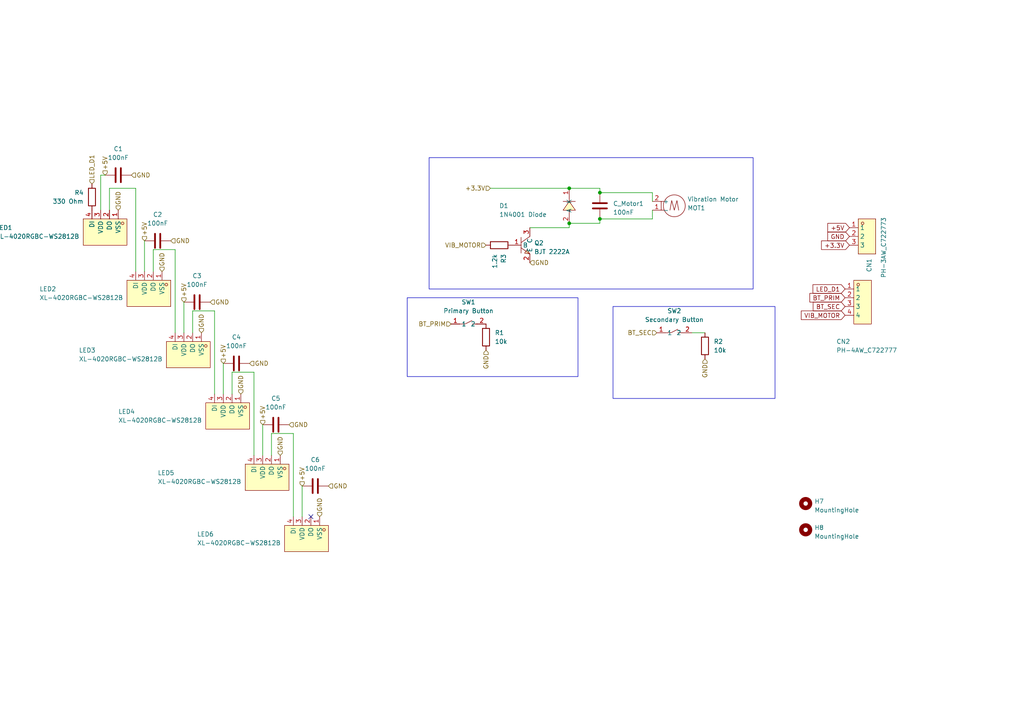
<source format=kicad_sch>
(kicad_sch
	(version 20231120)
	(generator "eeschema")
	(generator_version "8.0")
	(uuid "df0bc267-025e-4c4e-a09b-51ff87d0c1db")
	(paper "A4")
	(lib_symbols
		(symbol "Device:C"
			(pin_numbers hide)
			(pin_names
				(offset 0.254)
			)
			(exclude_from_sim no)
			(in_bom yes)
			(on_board yes)
			(property "Reference" "C"
				(at 0.635 2.54 0)
				(effects
					(font
						(size 1.27 1.27)
					)
					(justify left)
				)
			)
			(property "Value" "C"
				(at 0.635 -2.54 0)
				(effects
					(font
						(size 1.27 1.27)
					)
					(justify left)
				)
			)
			(property "Footprint" ""
				(at 0.9652 -3.81 0)
				(effects
					(font
						(size 1.27 1.27)
					)
					(hide yes)
				)
			)
			(property "Datasheet" "~"
				(at 0 0 0)
				(effects
					(font
						(size 1.27 1.27)
					)
					(hide yes)
				)
			)
			(property "Description" "Unpolarized capacitor"
				(at 0 0 0)
				(effects
					(font
						(size 1.27 1.27)
					)
					(hide yes)
				)
			)
			(property "ki_keywords" "cap capacitor"
				(at 0 0 0)
				(effects
					(font
						(size 1.27 1.27)
					)
					(hide yes)
				)
			)
			(property "ki_fp_filters" "C_*"
				(at 0 0 0)
				(effects
					(font
						(size 1.27 1.27)
					)
					(hide yes)
				)
			)
			(symbol "C_0_1"
				(polyline
					(pts
						(xy -2.032 -0.762) (xy 2.032 -0.762)
					)
					(stroke
						(width 0.508)
						(type default)
					)
					(fill
						(type none)
					)
				)
				(polyline
					(pts
						(xy -2.032 0.762) (xy 2.032 0.762)
					)
					(stroke
						(width 0.508)
						(type default)
					)
					(fill
						(type none)
					)
				)
			)
			(symbol "C_1_1"
				(pin passive line
					(at 0 3.81 270)
					(length 2.794)
					(name "~"
						(effects
							(font
								(size 1.27 1.27)
							)
						)
					)
					(number "1"
						(effects
							(font
								(size 1.27 1.27)
							)
						)
					)
				)
				(pin passive line
					(at 0 -3.81 90)
					(length 2.794)
					(name "~"
						(effects
							(font
								(size 1.27 1.27)
							)
						)
					)
					(number "2"
						(effects
							(font
								(size 1.27 1.27)
							)
						)
					)
				)
			)
		)
		(symbol "Device:R"
			(pin_numbers hide)
			(pin_names
				(offset 0)
			)
			(exclude_from_sim no)
			(in_bom yes)
			(on_board yes)
			(property "Reference" "R"
				(at 2.032 0 90)
				(effects
					(font
						(size 1.27 1.27)
					)
				)
			)
			(property "Value" "R"
				(at 0 0 90)
				(effects
					(font
						(size 1.27 1.27)
					)
				)
			)
			(property "Footprint" ""
				(at -1.778 0 90)
				(effects
					(font
						(size 1.27 1.27)
					)
					(hide yes)
				)
			)
			(property "Datasheet" "~"
				(at 0 0 0)
				(effects
					(font
						(size 1.27 1.27)
					)
					(hide yes)
				)
			)
			(property "Description" "Resistor"
				(at 0 0 0)
				(effects
					(font
						(size 1.27 1.27)
					)
					(hide yes)
				)
			)
			(property "ki_keywords" "R res resistor"
				(at 0 0 0)
				(effects
					(font
						(size 1.27 1.27)
					)
					(hide yes)
				)
			)
			(property "ki_fp_filters" "R_*"
				(at 0 0 0)
				(effects
					(font
						(size 1.27 1.27)
					)
					(hide yes)
				)
			)
			(symbol "R_0_1"
				(rectangle
					(start -1.016 -2.54)
					(end 1.016 2.54)
					(stroke
						(width 0.254)
						(type default)
					)
					(fill
						(type none)
					)
				)
			)
			(symbol "R_1_1"
				(pin passive line
					(at 0 3.81 270)
					(length 1.27)
					(name "~"
						(effects
							(font
								(size 1.27 1.27)
							)
						)
					)
					(number "1"
						(effects
							(font
								(size 1.27 1.27)
							)
						)
					)
				)
				(pin passive line
					(at 0 -3.81 90)
					(length 1.27)
					(name "~"
						(effects
							(font
								(size 1.27 1.27)
							)
						)
					)
					(number "2"
						(effects
							(font
								(size 1.27 1.27)
							)
						)
					)
				)
			)
		)
		(symbol "Mechanical:MountingHole"
			(pin_names
				(offset 1.016)
			)
			(exclude_from_sim no)
			(in_bom yes)
			(on_board yes)
			(property "Reference" "H"
				(at 0 5.08 0)
				(effects
					(font
						(size 1.27 1.27)
					)
				)
			)
			(property "Value" "MountingHole"
				(at 0 3.175 0)
				(effects
					(font
						(size 1.27 1.27)
					)
				)
			)
			(property "Footprint" ""
				(at 0 0 0)
				(effects
					(font
						(size 1.27 1.27)
					)
					(hide yes)
				)
			)
			(property "Datasheet" "~"
				(at 0 0 0)
				(effects
					(font
						(size 1.27 1.27)
					)
					(hide yes)
				)
			)
			(property "Description" "Mounting Hole without connection"
				(at 0 0 0)
				(effects
					(font
						(size 1.27 1.27)
					)
					(hide yes)
				)
			)
			(property "ki_keywords" "mounting hole"
				(at 0 0 0)
				(effects
					(font
						(size 1.27 1.27)
					)
					(hide yes)
				)
			)
			(property "ki_fp_filters" "MountingHole*"
				(at 0 0 0)
				(effects
					(font
						(size 1.27 1.27)
					)
					(hide yes)
				)
			)
			(symbol "MountingHole_0_1"
				(circle
					(center 0 0)
					(radius 1.27)
					(stroke
						(width 1.27)
						(type default)
					)
					(fill
						(type none)
					)
				)
			)
		)
		(symbol "global:1N4001_C2909965"
			(exclude_from_sim no)
			(in_bom yes)
			(on_board yes)
			(property "Reference" "D"
				(at 0 5.08 0)
				(effects
					(font
						(size 1.27 1.27)
					)
				)
			)
			(property "Value" "1N4001_C2909965"
				(at 0 -5.08 0)
				(effects
					(font
						(size 1.27 1.27)
					)
				)
			)
			(property "Footprint" "global:SMA_L4.2-W2.6-LS5.0-RD"
				(at 0 -7.62 0)
				(effects
					(font
						(size 1.27 1.27)
					)
					(hide yes)
				)
			)
			(property "Datasheet" ""
				(at 0 0 0)
				(effects
					(font
						(size 1.27 1.27)
					)
					(hide yes)
				)
			)
			(property "Description" ""
				(at 0 0 0)
				(effects
					(font
						(size 1.27 1.27)
					)
					(hide yes)
				)
			)
			(property "LCSC Part" "C2909965"
				(at 0 -10.16 0)
				(effects
					(font
						(size 1.27 1.27)
					)
					(hide yes)
				)
			)
			(symbol "1N4001_C2909965_0_1"
				(polyline
					(pts
						(xy -1.27 0) (xy -2.54 0)
					)
					(stroke
						(width 0)
						(type default)
					)
					(fill
						(type none)
					)
				)
				(polyline
					(pts
						(xy -1.27 1.78) (xy -1.27 -1.78)
					)
					(stroke
						(width 0)
						(type default)
					)
					(fill
						(type none)
					)
				)
				(polyline
					(pts
						(xy 2.54 0) (xy 1.27 0)
					)
					(stroke
						(width 0)
						(type default)
					)
					(fill
						(type none)
					)
				)
				(polyline
					(pts
						(xy 1.27 1.78) (xy -1.27 0) (xy 1.27 -1.78) (xy 1.27 1.78)
					)
					(stroke
						(width 0)
						(type default)
					)
					(fill
						(type background)
					)
				)
				(pin unspecified line
					(at -5.08 0 0)
					(length 2.54)
					(name "K"
						(effects
							(font
								(size 1.27 1.27)
							)
						)
					)
					(number "1"
						(effects
							(font
								(size 1.27 1.27)
							)
						)
					)
				)
				(pin unspecified line
					(at 5.08 0 180)
					(length 2.54)
					(name "A"
						(effects
							(font
								(size 1.27 1.27)
							)
						)
					)
					(number "2"
						(effects
							(font
								(size 1.27 1.27)
							)
						)
					)
				)
			)
		)
		(symbol "global:LCM1027A2445F"
			(exclude_from_sim no)
			(in_bom yes)
			(on_board yes)
			(property "Reference" "MOT"
				(at 0 6.35 0)
				(effects
					(font
						(size 1.27 1.27)
					)
				)
			)
			(property "Value" "LCM1027A2445F"
				(at 0 -6.35 0)
				(effects
					(font
						(size 1.27 1.27)
					)
				)
			)
			(property "Footprint" "global:VIBRATING-MOTOR-SMD_WELDING"
				(at 0 -8.89 0)
				(effects
					(font
						(size 1.27 1.27)
					)
					(hide yes)
				)
			)
			(property "Datasheet" ""
				(at 0 0 0)
				(effects
					(font
						(size 1.27 1.27)
					)
					(hide yes)
				)
			)
			(property "Description" ""
				(at 0 0 0)
				(effects
					(font
						(size 1.27 1.27)
					)
					(hide yes)
				)
			)
			(property "LCSC Part" "C2759984"
				(at 0 -11.43 0)
				(effects
					(font
						(size 1.27 1.27)
					)
					(hide yes)
				)
			)
			(symbol "LCM1027A2445F_0_1"
				(polyline
					(pts
						(xy 3.81 1.27) (xy 3.05 1.27)
					)
					(stroke
						(width 0)
						(type default)
					)
					(fill
						(type none)
					)
				)
				(polyline
					(pts
						(xy 3.81 1.27) (xy 3.81 -1.27) (xy 3.05 -1.27)
					)
					(stroke
						(width 0)
						(type default)
					)
					(fill
						(type none)
					)
				)
				(polyline
					(pts
						(xy -1.27 -1.27) (xy -0.76 1.52) (xy 0 -1.27) (xy 0.76 1.52) (xy 1.27 -1.27)
					)
					(stroke
						(width 0)
						(type default)
					)
					(fill
						(type none)
					)
				)
				(circle
					(center 0 0)
					(radius 3.17)
					(stroke
						(width 0)
						(type default)
					)
					(fill
						(type none)
					)
				)
				(pin unspecified line
					(at 6.35 -1.27 180)
					(length 2.54)
					(name "-"
						(effects
							(font
								(size 1.27 1.27)
							)
						)
					)
					(number "1"
						(effects
							(font
								(size 1.27 1.27)
							)
						)
					)
				)
				(pin unspecified line
					(at 6.35 1.27 180)
					(length 2.54)
					(name "+"
						(effects
							(font
								(size 1.27 1.27)
							)
						)
					)
					(number "2"
						(effects
							(font
								(size 1.27 1.27)
							)
						)
					)
				)
			)
		)
		(symbol "global:MMBT2222A_C916372"
			(exclude_from_sim no)
			(in_bom yes)
			(on_board yes)
			(property "Reference" "Q"
				(at 0 10.16 0)
				(effects
					(font
						(size 1.27 1.27)
					)
				)
			)
			(property "Value" "MMBT2222A_C916372"
				(at 0 -10.16 0)
				(effects
					(font
						(size 1.27 1.27)
					)
				)
			)
			(property "Footprint" "global:SOT-23-3_L2.9-W1.3-P1.90-LS2.4-BR"
				(at 0 -12.7 0)
				(effects
					(font
						(size 1.27 1.27)
					)
					(hide yes)
				)
			)
			(property "Datasheet" "https://lcsc.com/product-detail/Transistors-NPN-PNP_JSMSEMI-MMBT2222A_C916372.html"
				(at 0 -15.24 0)
				(effects
					(font
						(size 1.27 1.27)
					)
					(hide yes)
				)
			)
			(property "Description" ""
				(at 0 0 0)
				(effects
					(font
						(size 1.27 1.27)
					)
					(hide yes)
				)
			)
			(property "LCSC Part" "C916372"
				(at 0 -17.78 0)
				(effects
					(font
						(size 1.27 1.27)
					)
					(hide yes)
				)
			)
			(symbol "MMBT2222A_C916372_0_1"
				(polyline
					(pts
						(xy -2.54 -0.76) (xy 0 -2.54)
					)
					(stroke
						(width 0)
						(type default)
					)
					(fill
						(type none)
					)
				)
				(polyline
					(pts
						(xy -2.54 2.29) (xy -2.54 -2.29)
					)
					(stroke
						(width 0)
						(type default)
					)
					(fill
						(type none)
					)
				)
				(polyline
					(pts
						(xy 0 2.54) (xy -2.54 0.76)
					)
					(stroke
						(width 0)
						(type default)
					)
					(fill
						(type none)
					)
				)
				(polyline
					(pts
						(xy 0 -2.54) (xy -0.76 -1.27) (xy -1.52 -2.29) (xy 0 -2.54)
					)
					(stroke
						(width 0)
						(type default)
					)
					(fill
						(type background)
					)
				)
				(pin unspecified line
					(at -5.08 0 0)
					(length 2.54)
					(name "B"
						(effects
							(font
								(size 1.27 1.27)
							)
						)
					)
					(number "1"
						(effects
							(font
								(size 1.27 1.27)
							)
						)
					)
				)
				(pin unspecified line
					(at 0 -5.08 90)
					(length 2.54)
					(name "E"
						(effects
							(font
								(size 1.27 1.27)
							)
						)
					)
					(number "2"
						(effects
							(font
								(size 1.27 1.27)
							)
						)
					)
				)
				(pin unspecified line
					(at 0 5.08 270)
					(length 2.54)
					(name "C"
						(effects
							(font
								(size 1.27 1.27)
							)
						)
					)
					(number "3"
						(effects
							(font
								(size 1.27 1.27)
							)
						)
					)
				)
			)
		)
		(symbol "global:PH-3AW_C722773"
			(exclude_from_sim no)
			(in_bom yes)
			(on_board yes)
			(property "Reference" "CN"
				(at 0 7.62 0)
				(effects
					(font
						(size 1.27 1.27)
					)
				)
			)
			(property "Value" "PH-3AW_C722773"
				(at 0 -7.62 0)
				(effects
					(font
						(size 1.27 1.27)
					)
				)
			)
			(property "Footprint" "global:CONN-TH_PH-3AW"
				(at 0 -10.16 0)
				(effects
					(font
						(size 1.27 1.27)
					)
					(hide yes)
				)
			)
			(property "Datasheet" "https://lcsc.com/product-detail/Wire-To-Board-Wire-To-Wire-Connector_CAX-PH-3AW_C722773.html"
				(at 0 -12.7 0)
				(effects
					(font
						(size 1.27 1.27)
					)
					(hide yes)
				)
			)
			(property "Description" ""
				(at 0 0 0)
				(effects
					(font
						(size 1.27 1.27)
					)
					(hide yes)
				)
			)
			(property "LCSC Part" "C722773"
				(at 0 -15.24 0)
				(effects
					(font
						(size 1.27 1.27)
					)
					(hide yes)
				)
			)
			(symbol "PH-3AW_C722773_0_1"
				(rectangle
					(start -2.54 5.08)
					(end 2.54 -5.08)
					(stroke
						(width 0)
						(type default)
					)
					(fill
						(type background)
					)
				)
				(circle
					(center -1.27 3.81)
					(radius 0.38)
					(stroke
						(width 0)
						(type default)
					)
					(fill
						(type none)
					)
				)
				(pin unspecified line
					(at -5.08 2.54 0)
					(length 2.54)
					(name "1"
						(effects
							(font
								(size 1.27 1.27)
							)
						)
					)
					(number "1"
						(effects
							(font
								(size 1.27 1.27)
							)
						)
					)
				)
				(pin unspecified line
					(at -5.08 0 0)
					(length 2.54)
					(name "2"
						(effects
							(font
								(size 1.27 1.27)
							)
						)
					)
					(number "2"
						(effects
							(font
								(size 1.27 1.27)
							)
						)
					)
				)
				(pin unspecified line
					(at -5.08 -2.54 0)
					(length 2.54)
					(name "3"
						(effects
							(font
								(size 1.27 1.27)
							)
						)
					)
					(number "3"
						(effects
							(font
								(size 1.27 1.27)
							)
						)
					)
				)
			)
		)
		(symbol "global:PH-4AW_C722777"
			(exclude_from_sim no)
			(in_bom yes)
			(on_board yes)
			(property "Reference" "CN"
				(at 0 8.89 0)
				(effects
					(font
						(size 1.27 1.27)
					)
				)
			)
			(property "Value" "PH-4AW_C722777"
				(at 0 -8.89 0)
				(effects
					(font
						(size 1.27 1.27)
					)
				)
			)
			(property "Footprint" "global:CONN-TH_PH-4AW_C722777"
				(at 0 -11.43 0)
				(effects
					(font
						(size 1.27 1.27)
					)
					(hide yes)
				)
			)
			(property "Datasheet" "https://lcsc.com/product-detail/Wire-To-Board-Wire-To-Wire-Connector_CAX-PH-4AW_C722777.html"
				(at 0 -13.97 0)
				(effects
					(font
						(size 1.27 1.27)
					)
					(hide yes)
				)
			)
			(property "Description" ""
				(at 0 0 0)
				(effects
					(font
						(size 1.27 1.27)
					)
					(hide yes)
				)
			)
			(property "LCSC Part" "C722777"
				(at 0 -16.51 0)
				(effects
					(font
						(size 1.27 1.27)
					)
					(hide yes)
				)
			)
			(symbol "PH-4AW_C722777_0_1"
				(rectangle
					(start -2.54 6.35)
					(end 2.54 -6.35)
					(stroke
						(width 0)
						(type default)
					)
					(fill
						(type background)
					)
				)
				(circle
					(center -1.27 5.08)
					(radius 0.38)
					(stroke
						(width 0)
						(type default)
					)
					(fill
						(type none)
					)
				)
				(pin unspecified line
					(at -5.08 3.81 0)
					(length 2.54)
					(name "1"
						(effects
							(font
								(size 1.27 1.27)
							)
						)
					)
					(number "1"
						(effects
							(font
								(size 1.27 1.27)
							)
						)
					)
				)
				(pin unspecified line
					(at -5.08 1.27 0)
					(length 2.54)
					(name "2"
						(effects
							(font
								(size 1.27 1.27)
							)
						)
					)
					(number "2"
						(effects
							(font
								(size 1.27 1.27)
							)
						)
					)
				)
				(pin unspecified line
					(at -5.08 -1.27 0)
					(length 2.54)
					(name "3"
						(effects
							(font
								(size 1.27 1.27)
							)
						)
					)
					(number "3"
						(effects
							(font
								(size 1.27 1.27)
							)
						)
					)
				)
				(pin unspecified line
					(at -5.08 -3.81 0)
					(length 2.54)
					(name "4"
						(effects
							(font
								(size 1.27 1.27)
							)
						)
					)
					(number "4"
						(effects
							(font
								(size 1.27 1.27)
							)
						)
					)
				)
			)
		)
		(symbol "global:TSB013A5026B"
			(exclude_from_sim no)
			(in_bom yes)
			(on_board yes)
			(property "Reference" "SW"
				(at 0 5.08 0)
				(effects
					(font
						(size 1.27 1.27)
					)
				)
			)
			(property "Value" "TSB013A5026B"
				(at 0 -5.08 0)
				(effects
					(font
						(size 1.27 1.27)
					)
				)
			)
			(property "Footprint" "global:KEY-SMD_L6.0-W3.5-LS8.0"
				(at 0 -7.62 0)
				(effects
					(font
						(size 1.27 1.27)
					)
					(hide yes)
				)
			)
			(property "Datasheet" ""
				(at 0 0 0)
				(effects
					(font
						(size 1.27 1.27)
					)
					(hide yes)
				)
			)
			(property "Description" ""
				(at 0 0 0)
				(effects
					(font
						(size 1.27 1.27)
					)
					(hide yes)
				)
			)
			(property "LCSC Part" "C2888463"
				(at 0 -10.16 0)
				(effects
					(font
						(size 1.27 1.27)
					)
					(hide yes)
				)
			)
			(symbol "TSB013A5026B_0_1"
				(polyline
					(pts
						(xy 2.03 0) (xy 2.54 0)
					)
					(stroke
						(width 0)
						(type default)
					)
					(fill
						(type none)
					)
				)
				(polyline
					(pts
						(xy 2.54 0) (xy 1.02 0)
					)
					(stroke
						(width 0)
						(type default)
					)
					(fill
						(type none)
					)
				)
				(polyline
					(pts
						(xy -2.54 0) (xy -1.02 0) (xy 1.02 1.02)
					)
					(stroke
						(width 0)
						(type default)
					)
					(fill
						(type none)
					)
				)
				(pin unspecified line
					(at -5.08 0 0)
					(length 2.54)
					(name "1"
						(effects
							(font
								(size 1.27 1.27)
							)
						)
					)
					(number "1"
						(effects
							(font
								(size 1.27 1.27)
							)
						)
					)
				)
				(pin unspecified line
					(at 5.08 0 180)
					(length 2.54)
					(name "2"
						(effects
							(font
								(size 1.27 1.27)
							)
						)
					)
					(number "2"
						(effects
							(font
								(size 1.27 1.27)
							)
						)
					)
				)
			)
		)
		(symbol "global:XL-4020RGBC-WS2812B"
			(exclude_from_sim no)
			(in_bom yes)
			(on_board yes)
			(property "Reference" "LED"
				(at 0 8.89 0)
				(effects
					(font
						(size 1.27 1.27)
					)
				)
			)
			(property "Value" "XL-4020RGBC-WS2812B"
				(at 0 -8.89 0)
				(effects
					(font
						(size 1.27 1.27)
					)
				)
			)
			(property "Footprint" "global:LED-SMD_4P-L4.0-W1.7_XL-4020RGBC-WS2812B"
				(at 0 -11.43 0)
				(effects
					(font
						(size 1.27 1.27)
					)
					(hide yes)
				)
			)
			(property "Datasheet" ""
				(at 0 0 0)
				(effects
					(font
						(size 1.27 1.27)
					)
					(hide yes)
				)
			)
			(property "Description" ""
				(at 0 0 0)
				(effects
					(font
						(size 1.27 1.27)
					)
					(hide yes)
				)
			)
			(property "LCSC Part" "C3647024"
				(at 0 -13.97 0)
				(effects
					(font
						(size 1.27 1.27)
					)
					(hide yes)
				)
			)
			(symbol "XL-4020RGBC-WS2812B_0_1"
				(rectangle
					(start -3.81 6.35)
					(end 3.81 -6.35)
					(stroke
						(width 0)
						(type default)
					)
					(fill
						(type background)
					)
				)
				(circle
					(center -2.54 5.08)
					(radius 0.38)
					(stroke
						(width 0)
						(type default)
					)
					(fill
						(type none)
					)
				)
				(pin unspecified line
					(at -6.35 3.81 0)
					(length 2.54)
					(name "VSS"
						(effects
							(font
								(size 1.27 1.27)
							)
						)
					)
					(number "1"
						(effects
							(font
								(size 1.27 1.27)
							)
						)
					)
				)
				(pin unspecified line
					(at -6.35 1.27 0)
					(length 2.54)
					(name "DO"
						(effects
							(font
								(size 1.27 1.27)
							)
						)
					)
					(number "2"
						(effects
							(font
								(size 1.27 1.27)
							)
						)
					)
				)
				(pin unspecified line
					(at -6.35 -1.27 0)
					(length 2.54)
					(name "VDD"
						(effects
							(font
								(size 1.27 1.27)
							)
						)
					)
					(number "3"
						(effects
							(font
								(size 1.27 1.27)
							)
						)
					)
				)
				(pin unspecified line
					(at -6.35 -3.81 0)
					(length 2.54)
					(name "DI"
						(effects
							(font
								(size 1.27 1.27)
							)
						)
					)
					(number "4"
						(effects
							(font
								(size 1.27 1.27)
							)
						)
					)
				)
			)
		)
	)
	(junction
		(at 173.99 55.88)
		(diameter 0)
		(color 0 0 0 0)
		(uuid "9fc2d8da-d1ce-4352-95a2-04fb1ffb4ce5")
	)
	(junction
		(at 173.99 63.5)
		(diameter 0)
		(color 0 0 0 0)
		(uuid "c5b5e480-69ac-4c24-aede-3ac241fcf3df")
	)
	(junction
		(at 165.1 54.61)
		(diameter 0)
		(color 0 0 0 0)
		(uuid "f2736587-c91a-41d5-aae4-ebe81996d3b2")
	)
	(junction
		(at 165.1 64.77)
		(diameter 0)
		(color 0 0 0 0)
		(uuid "f46325e8-8569-4d6f-8f69-4bf2d81a1a90")
	)
	(no_connect
		(at 90.17 149.86)
		(uuid "5799b0ee-bbba-44e7-9bad-9db3c11c8e8e")
	)
	(wire
		(pts
			(xy 55.88 90.17) (xy 62.23 90.17)
		)
		(stroke
			(width 0)
			(type default)
		)
		(uuid "025b5c10-e537-413a-a9d3-e15c89a8a372")
	)
	(wire
		(pts
			(xy 64.77 105.41) (xy 64.77 114.3)
		)
		(stroke
			(width 0)
			(type default)
		)
		(uuid "04022bd0-c7bc-47ac-8de0-72eaf0879985")
	)
	(wire
		(pts
			(xy 31.75 54.61) (xy 39.37 54.61)
		)
		(stroke
			(width 0)
			(type default)
		)
		(uuid "04129d57-d34e-485e-8d2e-9aee9f15adc3")
	)
	(wire
		(pts
			(xy 44.45 78.74) (xy 44.45 72.39)
		)
		(stroke
			(width 0)
			(type default)
		)
		(uuid "14ba1ba6-875e-44d9-bb5a-a74685b6980f")
	)
	(wire
		(pts
			(xy 173.99 55.88) (xy 189.23 55.88)
		)
		(stroke
			(width 0)
			(type default)
		)
		(uuid "14ea615a-94a3-470a-b4d0-f5851c9b5319")
	)
	(wire
		(pts
			(xy 67.31 107.95) (xy 73.66 107.95)
		)
		(stroke
			(width 0)
			(type default)
		)
		(uuid "1b89a2b8-98fc-4791-8f20-1016fb45dd35")
	)
	(wire
		(pts
			(xy 165.1 66.04) (xy 165.1 64.77)
		)
		(stroke
			(width 0)
			(type default)
		)
		(uuid "1c6bc0e2-3b2a-4f2b-b19a-4a82500fb283")
	)
	(wire
		(pts
			(xy 76.2 123.19) (xy 76.2 132.08)
		)
		(stroke
			(width 0)
			(type default)
		)
		(uuid "2103043d-cee2-4bc9-903e-f9eb3150d0b7")
	)
	(wire
		(pts
			(xy 153.67 66.04) (xy 165.1 66.04)
		)
		(stroke
			(width 0)
			(type default)
		)
		(uuid "21820e71-910b-49e0-8825-8d8080a28b63")
	)
	(wire
		(pts
			(xy 29.21 60.96) (xy 29.21 50.8)
		)
		(stroke
			(width 0)
			(type default)
		)
		(uuid "29d0ebb0-338b-47aa-916f-6d4bc6d6d8d1")
	)
	(wire
		(pts
			(xy 142.24 54.61) (xy 165.1 54.61)
		)
		(stroke
			(width 0)
			(type default)
		)
		(uuid "3d16180a-1e40-4e63-8f8d-89254362676f")
	)
	(wire
		(pts
			(xy 87.63 140.97) (xy 87.63 149.86)
		)
		(stroke
			(width 0)
			(type default)
		)
		(uuid "559df65e-bf2d-436c-b606-e01facb0cb88")
	)
	(wire
		(pts
			(xy 78.74 125.73) (xy 85.09 125.73)
		)
		(stroke
			(width 0)
			(type default)
		)
		(uuid "58eaa4e4-c87c-4bab-888e-a3fe654c2afa")
	)
	(wire
		(pts
			(xy 189.23 60.96) (xy 189.23 63.5)
		)
		(stroke
			(width 0)
			(type default)
		)
		(uuid "5cb5caac-c4d3-4e48-a486-250aeac8dc23")
	)
	(wire
		(pts
			(xy 85.09 125.73) (xy 85.09 149.86)
		)
		(stroke
			(width 0)
			(type default)
		)
		(uuid "5f230182-b7ff-4acb-971d-3b06f8cd1b5e")
	)
	(wire
		(pts
			(xy 41.91 69.85) (xy 41.91 78.74)
		)
		(stroke
			(width 0)
			(type default)
		)
		(uuid "619428cc-300b-4da0-a7cd-a9fc8341daeb")
	)
	(wire
		(pts
			(xy 204.47 96.52) (xy 200.66 96.52)
		)
		(stroke
			(width 0)
			(type default)
		)
		(uuid "62c898c2-146a-41d3-afca-46db5a52ae2c")
	)
	(wire
		(pts
			(xy 173.99 63.5) (xy 189.23 63.5)
		)
		(stroke
			(width 0)
			(type default)
		)
		(uuid "6d7fd894-f284-43e5-b51b-85524fe6983e")
	)
	(wire
		(pts
			(xy 31.75 60.96) (xy 31.75 54.61)
		)
		(stroke
			(width 0)
			(type default)
		)
		(uuid "892be511-e7fd-4203-8af9-5aa77a8b89e5")
	)
	(wire
		(pts
			(xy 67.31 114.3) (xy 67.31 107.95)
		)
		(stroke
			(width 0)
			(type default)
		)
		(uuid "90159825-66a9-4104-8f0d-2d06c680962f")
	)
	(wire
		(pts
			(xy 165.1 64.77) (xy 173.99 64.77)
		)
		(stroke
			(width 0)
			(type default)
		)
		(uuid "91689cab-f35a-4c52-9534-ddd5ae0ac90b")
	)
	(wire
		(pts
			(xy 55.88 96.52) (xy 55.88 90.17)
		)
		(stroke
			(width 0)
			(type default)
		)
		(uuid "9205f877-d75c-4629-8488-24db56b5592e")
	)
	(wire
		(pts
			(xy 50.8 72.39) (xy 50.8 96.52)
		)
		(stroke
			(width 0)
			(type default)
		)
		(uuid "981caa5e-7425-48a7-b1d3-320e1c700548")
	)
	(wire
		(pts
			(xy 62.23 90.17) (xy 62.23 114.3)
		)
		(stroke
			(width 0)
			(type default)
		)
		(uuid "98d80f88-c218-4f61-8a83-e7770ec78a75")
	)
	(wire
		(pts
			(xy 73.66 107.95) (xy 73.66 132.08)
		)
		(stroke
			(width 0)
			(type default)
		)
		(uuid "a3ea8f90-d40e-4598-9c38-8614df23bd1f")
	)
	(wire
		(pts
			(xy 189.23 55.88) (xy 189.23 58.42)
		)
		(stroke
			(width 0)
			(type default)
		)
		(uuid "aa088844-51c0-429e-a337-f3674a6897b9")
	)
	(wire
		(pts
			(xy 78.74 132.08) (xy 78.74 125.73)
		)
		(stroke
			(width 0)
			(type default)
		)
		(uuid "aa26eddb-67fa-4784-8917-ee425c3d45d0")
	)
	(wire
		(pts
			(xy 173.99 63.5) (xy 173.99 64.77)
		)
		(stroke
			(width 0)
			(type default)
		)
		(uuid "acf09251-1411-4d95-9168-1463059e9a11")
	)
	(wire
		(pts
			(xy 173.99 54.61) (xy 173.99 55.88)
		)
		(stroke
			(width 0)
			(type default)
		)
		(uuid "adbd00bd-bd1d-4a08-ad26-7bbc0e883bfc")
	)
	(wire
		(pts
			(xy 53.34 87.63) (xy 53.34 96.52)
		)
		(stroke
			(width 0)
			(type default)
		)
		(uuid "b07f639a-59c5-4ea0-a32f-7ff5e792e682")
	)
	(wire
		(pts
			(xy 29.21 50.8) (xy 30.48 50.8)
		)
		(stroke
			(width 0)
			(type default)
		)
		(uuid "d36fdd7e-7845-46a4-8c2f-8780f74b9014")
	)
	(wire
		(pts
			(xy 44.45 72.39) (xy 50.8 72.39)
		)
		(stroke
			(width 0)
			(type default)
		)
		(uuid "dd19699e-3cb4-4306-922f-8c366014bb17")
	)
	(wire
		(pts
			(xy 39.37 54.61) (xy 39.37 78.74)
		)
		(stroke
			(width 0)
			(type default)
		)
		(uuid "e85d3594-cbf6-40d1-a119-ad604bd458d4")
	)
	(wire
		(pts
			(xy 165.1 54.61) (xy 173.99 54.61)
		)
		(stroke
			(width 0)
			(type default)
		)
		(uuid "eb0f9597-506e-4e59-8fff-d80655a47209")
	)
	(rectangle
		(start 118.11 86.36)
		(end 167.64 109.22)
		(stroke
			(width 0)
			(type default)
		)
		(fill
			(type none)
		)
		(uuid 4918ad1f-8c41-41d9-bf1f-5fe906da1ed8)
	)
	(rectangle
		(start 124.46 45.72)
		(end 218.44 83.82)
		(stroke
			(width 0)
			(type default)
		)
		(fill
			(type none)
		)
		(uuid 62cf7124-0386-431d-9a4a-9be6b56c1826)
	)
	(rectangle
		(start 177.8 88.9)
		(end 224.79 115.57)
		(stroke
			(width 0)
			(type default)
		)
		(fill
			(type none)
		)
		(uuid c0fbafaa-f7e4-490d-b90f-6d7da2dc5cbf)
	)
	(global_label "GND"
		(shape input)
		(at 246.38 68.58 180)
		(fields_autoplaced yes)
		(effects
			(font
				(size 1.27 1.27)
			)
			(justify right)
		)
		(uuid "08471231-cc50-47eb-a584-f0111688d09b")
		(property "Intersheetrefs" "${INTERSHEET_REFS}"
			(at 239.5243 68.58 0)
			(effects
				(font
					(size 1.27 1.27)
				)
				(justify right)
				(hide yes)
			)
		)
	)
	(global_label "LED_D1"
		(shape input)
		(at 245.11 83.82 180)
		(fields_autoplaced yes)
		(effects
			(font
				(size 1.27 1.27)
			)
			(justify right)
		)
		(uuid "1eb81003-37fc-4658-855a-31264b54227d")
		(property "Intersheetrefs" "${INTERSHEET_REFS}"
			(at 235.2306 83.82 0)
			(effects
				(font
					(size 1.27 1.27)
				)
				(justify right)
				(hide yes)
			)
		)
	)
	(global_label "BT_SEC"
		(shape input)
		(at 245.11 88.9 180)
		(fields_autoplaced yes)
		(effects
			(font
				(size 1.27 1.27)
			)
			(justify right)
		)
		(uuid "4fccd790-d2c5-40d2-8fdc-e6de70739bb1")
		(property "Intersheetrefs" "${INTERSHEET_REFS}"
			(at 235.2911 88.9 0)
			(effects
				(font
					(size 1.27 1.27)
				)
				(justify right)
				(hide yes)
			)
		)
	)
	(global_label "+5V"
		(shape input)
		(at 246.38 66.04 180)
		(fields_autoplaced yes)
		(effects
			(font
				(size 1.27 1.27)
			)
			(justify right)
		)
		(uuid "53ac66fe-1b18-47f3-9f7c-0126a7ec7e7b")
		(property "Intersheetrefs" "${INTERSHEET_REFS}"
			(at 239.5243 66.04 0)
			(effects
				(font
					(size 1.27 1.27)
				)
				(justify right)
				(hide yes)
			)
		)
	)
	(global_label "BT_PRIM"
		(shape input)
		(at 245.11 86.36 180)
		(fields_autoplaced yes)
		(effects
			(font
				(size 1.27 1.27)
			)
			(justify right)
		)
		(uuid "63193652-fbb7-46b6-b0e0-bdabe8677215")
		(property "Intersheetrefs" "${INTERSHEET_REFS}"
			(at 234.3234 86.36 0)
			(effects
				(font
					(size 1.27 1.27)
				)
				(justify right)
				(hide yes)
			)
		)
	)
	(global_label "VIB_MOTOR"
		(shape input)
		(at 245.11 91.44 180)
		(fields_autoplaced yes)
		(effects
			(font
				(size 1.27 1.27)
			)
			(justify right)
		)
		(uuid "6d005379-ab72-4218-8ccd-c895effc50d5")
		(property "Intersheetrefs" "${INTERSHEET_REFS}"
			(at 231.8438 91.44 0)
			(effects
				(font
					(size 1.27 1.27)
				)
				(justify right)
				(hide yes)
			)
		)
	)
	(global_label "+3.3V"
		(shape input)
		(at 246.38 71.12 180)
		(fields_autoplaced yes)
		(effects
			(font
				(size 1.27 1.27)
			)
			(justify right)
		)
		(uuid "c4ecc3a8-b3a3-4194-9b8d-caea990d4982")
		(property "Intersheetrefs" "${INTERSHEET_REFS}"
			(at 237.71 71.12 0)
			(effects
				(font
					(size 1.27 1.27)
				)
				(justify right)
				(hide yes)
			)
		)
	)
	(hierarchical_label "+5V"
		(shape input)
		(at 64.77 105.41 90)
		(fields_autoplaced yes)
		(effects
			(font
				(size 1.27 1.27)
			)
			(justify left)
		)
		(uuid "00ac90c2-bb87-46d3-a936-1a16c0068017")
		(property "Intersheetrefs" "${INTERSHEET_REFS}"
			(at 64.77 99.3962 90)
			(effects
				(font
					(size 1.27 1.27)
				)
				(justify left)
				(hide yes)
			)
		)
	)
	(hierarchical_label "+5V"
		(shape input)
		(at 87.63 140.97 90)
		(fields_autoplaced yes)
		(effects
			(font
				(size 1.27 1.27)
			)
			(justify left)
		)
		(uuid "0884de8b-db3d-46c9-8e15-e06b5df2c0a0")
		(property "Intersheetrefs" "${INTERSHEET_REFS}"
			(at 87.63 134.9562 90)
			(effects
				(font
					(size 1.27 1.27)
				)
				(justify left)
				(hide yes)
			)
		)
	)
	(hierarchical_label "GND"
		(shape input)
		(at 49.53 69.85 0)
		(fields_autoplaced yes)
		(effects
			(font
				(size 1.27 1.27)
			)
			(justify left)
		)
		(uuid "0b04c008-8cd9-4ab8-8025-549f18c35436")
	)
	(hierarchical_label "LED_D1"
		(shape input)
		(at 26.67 53.34 90)
		(fields_autoplaced yes)
		(effects
			(font
				(size 1.27 1.27)
			)
			(justify left)
		)
		(uuid "1230b44d-2ae4-4230-afe3-430d229755e0")
		(property "Intersheetrefs" "${INTERSHEET_REFS}"
			(at 26.67 44.3025 90)
			(effects
				(font
					(size 1.27 1.27)
				)
				(justify left)
				(hide yes)
			)
		)
	)
	(hierarchical_label "+5V"
		(shape input)
		(at 41.91 69.85 90)
		(fields_autoplaced yes)
		(effects
			(font
				(size 1.27 1.27)
			)
			(justify left)
		)
		(uuid "1663c709-0bcd-423e-84db-5d8b64f28979")
		(property "Intersheetrefs" "${INTERSHEET_REFS}"
			(at 41.91 63.8362 90)
			(effects
				(font
					(size 1.27 1.27)
				)
				(justify left)
				(hide yes)
			)
		)
	)
	(hierarchical_label "GND"
		(shape input)
		(at 81.28 132.08 90)
		(fields_autoplaced yes)
		(effects
			(font
				(size 1.27 1.27)
			)
			(justify left)
		)
		(uuid "388db9f2-98cb-46c9-8353-eedeaf30fa6c")
	)
	(hierarchical_label "+5V"
		(shape input)
		(at 30.48 50.8 90)
		(fields_autoplaced yes)
		(effects
			(font
				(size 1.27 1.27)
			)
			(justify left)
		)
		(uuid "3d7c4353-1988-4ff7-a99c-b6a0a0c7283e")
		(property "Intersheetrefs" "${INTERSHEET_REFS}"
			(at 30.48 44.7862 90)
			(effects
				(font
					(size 1.27 1.27)
				)
				(justify left)
				(hide yes)
			)
		)
	)
	(hierarchical_label "GND"
		(shape input)
		(at 34.29 60.96 90)
		(fields_autoplaced yes)
		(effects
			(font
				(size 1.27 1.27)
			)
			(justify left)
		)
		(uuid "47e7c4af-575e-4bee-97b9-2e6694379bfa")
	)
	(hierarchical_label "BT_SEC"
		(shape input)
		(at 190.5 96.52 180)
		(fields_autoplaced yes)
		(effects
			(font
				(size 1.27 1.27)
			)
			(justify right)
		)
		(uuid "4a65a103-89c8-490a-a652-bc3e436a33ed")
		(property "Intersheetrefs" "${INTERSHEET_REFS}"
			(at 180.7605 96.52 0)
			(effects
				(font
					(size 1.27 1.27)
				)
				(justify right)
				(hide yes)
			)
		)
	)
	(hierarchical_label "GND"
		(shape input)
		(at 140.97 101.6 270)
		(fields_autoplaced yes)
		(effects
			(font
				(size 1.27 1.27)
			)
			(justify right)
		)
		(uuid "4ff856cc-dbd3-42ae-9bfa-32e0b4f04535")
	)
	(hierarchical_label "GND"
		(shape input)
		(at 72.39 105.41 0)
		(fields_autoplaced yes)
		(effects
			(font
				(size 1.27 1.27)
			)
			(justify left)
		)
		(uuid "508dca7b-36c2-45d1-9a3d-8e6b0357ae03")
	)
	(hierarchical_label "GND"
		(shape input)
		(at 38.1 50.8 0)
		(fields_autoplaced yes)
		(effects
			(font
				(size 1.27 1.27)
			)
			(justify left)
		)
		(uuid "5458b20c-452b-45e7-828f-26a9f9be7b4b")
	)
	(hierarchical_label "GND"
		(shape input)
		(at 153.67 76.2 0)
		(fields_autoplaced yes)
		(effects
			(font
				(size 1.27 1.27)
			)
			(justify left)
		)
		(uuid "5e8a4c06-4883-4d9f-916b-a22a27111b03")
	)
	(hierarchical_label "GND"
		(shape input)
		(at 58.42 96.52 90)
		(fields_autoplaced yes)
		(effects
			(font
				(size 1.27 1.27)
			)
			(justify left)
		)
		(uuid "640496de-d956-489f-ad19-6de0b5de9b7b")
	)
	(hierarchical_label "+3.3V"
		(shape input)
		(at 142.24 54.61 180)
		(fields_autoplaced yes)
		(effects
			(font
				(size 1.27 1.27)
			)
			(justify right)
		)
		(uuid "66bc624e-4fc1-45c7-8364-7e69a78b6c71")
	)
	(hierarchical_label "+5V"
		(shape input)
		(at 53.34 87.63 90)
		(fields_autoplaced yes)
		(effects
			(font
				(size 1.27 1.27)
			)
			(justify left)
		)
		(uuid "7595aa8d-6641-4db7-9876-28ee6b978edb")
		(property "Intersheetrefs" "${INTERSHEET_REFS}"
			(at 53.34 81.6162 90)
			(effects
				(font
					(size 1.27 1.27)
				)
				(justify left)
				(hide yes)
			)
		)
	)
	(hierarchical_label "GND"
		(shape input)
		(at 69.85 114.3 90)
		(fields_autoplaced yes)
		(effects
			(font
				(size 1.27 1.27)
			)
			(justify left)
		)
		(uuid "8722916d-c6a6-4fcf-8f03-e9bff38b0c51")
	)
	(hierarchical_label "GND"
		(shape input)
		(at 92.71 149.86 90)
		(fields_autoplaced yes)
		(effects
			(font
				(size 1.27 1.27)
			)
			(justify left)
		)
		(uuid "90ced74b-896a-43bb-a49d-b6677d4ff59a")
	)
	(hierarchical_label "VIB_MOTOR"
		(shape input)
		(at 140.97 71.12 180)
		(fields_autoplaced yes)
		(effects
			(font
				(size 1.27 1.27)
			)
			(justify right)
		)
		(uuid "9a58e3b1-2247-4916-8a43-cd15178936b2")
		(property "Intersheetrefs" "${INTERSHEET_REFS}"
			(at 127.7832 71.12 0)
			(effects
				(font
					(size 1.27 1.27)
				)
				(justify right)
				(hide yes)
			)
		)
	)
	(hierarchical_label "GND"
		(shape input)
		(at 46.99 78.74 90)
		(fields_autoplaced yes)
		(effects
			(font
				(size 1.27 1.27)
			)
			(justify left)
		)
		(uuid "9b1f5589-343e-41f8-97bc-63d83f05cfb5")
	)
	(hierarchical_label "+5V"
		(shape input)
		(at 76.2 123.19 90)
		(fields_autoplaced yes)
		(effects
			(font
				(size 1.27 1.27)
			)
			(justify left)
		)
		(uuid "a95c40c6-433e-4448-a33b-2359cb19c2f7")
		(property "Intersheetrefs" "${INTERSHEET_REFS}"
			(at 76.2 117.1762 90)
			(effects
				(font
					(size 1.27 1.27)
				)
				(justify left)
				(hide yes)
			)
		)
	)
	(hierarchical_label "GND"
		(shape input)
		(at 95.25 140.97 0)
		(fields_autoplaced yes)
		(effects
			(font
				(size 1.27 1.27)
			)
			(justify left)
		)
		(uuid "ac3e2a05-c260-401c-a60e-4607fcadbe55")
	)
	(hierarchical_label "GND"
		(shape input)
		(at 60.96 87.63 0)
		(fields_autoplaced yes)
		(effects
			(font
				(size 1.27 1.27)
			)
			(justify left)
		)
		(uuid "c07556d6-13cb-4204-bb7e-c20406adcbb5")
	)
	(hierarchical_label "GND"
		(shape input)
		(at 83.82 123.19 0)
		(fields_autoplaced yes)
		(effects
			(font
				(size 1.27 1.27)
			)
			(justify left)
		)
		(uuid "caf92b92-6fe0-4e9a-b4c3-75f62e8194d2")
	)
	(hierarchical_label "GND"
		(shape input)
		(at 204.47 104.14 270)
		(fields_autoplaced yes)
		(effects
			(font
				(size 1.27 1.27)
			)
			(justify right)
		)
		(uuid "ed31d006-9633-46c7-b2c2-436ef3e8774a")
	)
	(hierarchical_label "BT_PRIM"
		(shape input)
		(at 130.81 93.98 180)
		(fields_autoplaced yes)
		(effects
			(font
				(size 1.27 1.27)
			)
			(justify right)
		)
		(uuid "f1beda10-6207-42f4-8ae7-baffdc7f8f72")
		(property "Intersheetrefs" "${INTERSHEET_REFS}"
			(at 120.1028 93.98 0)
			(effects
				(font
					(size 1.27 1.27)
				)
				(justify right)
				(hide yes)
			)
		)
	)
	(symbol
		(lib_id "global:XL-4020RGBC-WS2812B")
		(at 66.04 120.65 270)
		(unit 1)
		(exclude_from_sim no)
		(in_bom yes)
		(on_board yes)
		(dnp no)
		(uuid "0ee6ff67-81ce-4793-b6b0-774e70dc7d17")
		(property "Reference" "LED4"
			(at 34.29 119.38 90)
			(effects
				(font
					(size 1.27 1.27)
				)
				(justify left)
			)
		)
		(property "Value" "XL-4020RGBC-WS2812B"
			(at 34.29 121.92 90)
			(effects
				(font
					(size 1.27 1.27)
				)
				(justify left)
			)
		)
		(property "Footprint" "global:LED-SMD_4P-L4.0-W1.7_XL-4020RGBC-WS2812B"
			(at 54.61 120.65 0)
			(effects
				(font
					(size 1.27 1.27)
				)
				(hide yes)
			)
		)
		(property "Datasheet" ""
			(at 66.04 120.65 0)
			(effects
				(font
					(size 1.27 1.27)
				)
				(hide yes)
			)
		)
		(property "Description" ""
			(at 66.04 120.65 0)
			(effects
				(font
					(size 1.27 1.27)
				)
				(hide yes)
			)
		)
		(property "LCSC Part" "C3647024"
			(at 52.07 120.65 0)
			(effects
				(font
					(size 1.27 1.27)
				)
				(hide yes)
			)
		)
		(pin "1"
			(uuid "a7dae860-2566-46aa-9948-0f6e3364c51a")
		)
		(pin "2"
			(uuid "2a9c37a2-1fd9-4719-892a-22c2c99e3c91")
		)
		(pin "3"
			(uuid "e452d76e-4903-419a-88a4-af16f397ed5a")
		)
		(pin "4"
			(uuid "cfb08b76-9cdf-42d3-b1f5-b1e03ef33a41")
		)
		(instances
			(project "pdn-user"
				(path "/df0bc267-025e-4c4e-a09b-51ff87d0c1db"
					(reference "LED4")
					(unit 1)
				)
			)
		)
	)
	(symbol
		(lib_id "global:TSB013A5026B")
		(at 135.89 93.98 0)
		(unit 1)
		(exclude_from_sim no)
		(in_bom yes)
		(on_board yes)
		(dnp no)
		(fields_autoplaced yes)
		(uuid "1c88eb4e-455a-4544-ab14-0418a945e4e0")
		(property "Reference" "SW1"
			(at 135.89 87.63 0)
			(effects
				(font
					(size 1.27 1.27)
				)
			)
		)
		(property "Value" "Primary Button"
			(at 135.89 90.17 0)
			(effects
				(font
					(size 1.27 1.27)
				)
			)
		)
		(property "Footprint" "global:KEY-SMD_L6.0-W3.5-LS8.0"
			(at 135.89 101.6 0)
			(effects
				(font
					(size 1.27 1.27)
				)
				(hide yes)
			)
		)
		(property "Datasheet" ""
			(at 135.89 93.98 0)
			(effects
				(font
					(size 1.27 1.27)
				)
				(hide yes)
			)
		)
		(property "Description" ""
			(at 135.89 93.98 0)
			(effects
				(font
					(size 1.27 1.27)
				)
				(hide yes)
			)
		)
		(property "LCSC Part" "C2888463"
			(at 135.89 104.14 0)
			(effects
				(font
					(size 1.27 1.27)
				)
				(hide yes)
			)
		)
		(pin "1"
			(uuid "8c2673a0-7628-4772-8258-8cb3e1188b96")
		)
		(pin "2"
			(uuid "5381c020-da78-49fb-9f2d-9783270eb208")
		)
		(instances
			(project "pdn-user"
				(path "/df0bc267-025e-4c4e-a09b-51ff87d0c1db"
					(reference "SW1")
					(unit 1)
				)
			)
		)
	)
	(symbol
		(lib_id "global:MMBT2222A_C916372")
		(at 153.67 71.12 0)
		(unit 1)
		(exclude_from_sim no)
		(in_bom yes)
		(on_board yes)
		(dnp no)
		(fields_autoplaced yes)
		(uuid "24602fd8-53bc-4047-b253-d7d494a2a6e9")
		(property "Reference" "Q2"
			(at 154.94 70.485 0)
			(effects
				(font
					(size 1.27 1.27)
				)
				(justify left)
			)
		)
		(property "Value" "BJT 2222A"
			(at 154.94 73.025 0)
			(effects
				(font
					(size 1.27 1.27)
				)
				(justify left)
			)
		)
		(property "Footprint" "global:SOT-23-3_L2.9-W1.3-P1.90-LS2.4-BR"
			(at 153.67 83.82 0)
			(effects
				(font
					(size 1.27 1.27)
				)
				(hide yes)
			)
		)
		(property "Datasheet" "https://lcsc.com/product-detail/Transistors-NPN-PNP_JSMSEMI-MMBT2222A_C916372.html"
			(at 153.67 86.36 0)
			(effects
				(font
					(size 1.27 1.27)
				)
				(hide yes)
			)
		)
		(property "Description" ""
			(at 153.67 71.12 0)
			(effects
				(font
					(size 1.27 1.27)
				)
				(hide yes)
			)
		)
		(property "LCSC Part" "C916372"
			(at 153.67 88.9 0)
			(effects
				(font
					(size 1.27 1.27)
				)
				(hide yes)
			)
		)
		(pin "1"
			(uuid "80dee2ce-1f89-4e9d-9997-076c49cd5049")
		)
		(pin "2"
			(uuid "70a9ec1e-5080-44b1-82f4-3ef20b00acd6")
		)
		(pin "3"
			(uuid "ca1b40d1-490e-4d46-90af-85021e0da481")
		)
		(instances
			(project "pdn-user"
				(path "/df0bc267-025e-4c4e-a09b-51ff87d0c1db"
					(reference "Q2")
					(unit 1)
				)
			)
		)
	)
	(symbol
		(lib_id "Device:C")
		(at 34.29 50.8 90)
		(unit 1)
		(exclude_from_sim no)
		(in_bom yes)
		(on_board yes)
		(dnp no)
		(fields_autoplaced yes)
		(uuid "304701c1-7094-4b1b-a6d0-55ed740e3c08")
		(property "Reference" "C1"
			(at 34.29 43.18 90)
			(effects
				(font
					(size 1.27 1.27)
				)
			)
		)
		(property "Value" "100nF"
			(at 34.29 45.72 90)
			(effects
				(font
					(size 1.27 1.27)
				)
			)
		)
		(property "Footprint" "global:C0402"
			(at 38.1 49.8348 0)
			(effects
				(font
					(size 1.27 1.27)
				)
				(hide yes)
			)
		)
		(property "Datasheet" "~"
			(at 34.29 50.8 0)
			(effects
				(font
					(size 1.27 1.27)
				)
				(hide yes)
			)
		)
		(property "Description" ""
			(at 34.29 50.8 0)
			(effects
				(font
					(size 1.27 1.27)
				)
				(hide yes)
			)
		)
		(property "LCSC Part" "C387958"
			(at 34.29 50.8 0)
			(effects
				(font
					(size 1.27 1.27)
				)
				(hide yes)
			)
		)
		(pin "1"
			(uuid "7c3d5cb2-6f9c-4ace-9fdf-db692861dfe4")
		)
		(pin "2"
			(uuid "76a25a1d-6983-4343-9e1a-eb9f6d183902")
		)
		(instances
			(project "pdn-user"
				(path "/df0bc267-025e-4c4e-a09b-51ff87d0c1db"
					(reference "C1")
					(unit 1)
				)
			)
		)
	)
	(symbol
		(lib_id "Mechanical:MountingHole")
		(at 233.68 146.05 0)
		(unit 1)
		(exclude_from_sim no)
		(in_bom yes)
		(on_board yes)
		(dnp no)
		(fields_autoplaced yes)
		(uuid "3b32b429-b5d4-42ab-b50c-60198c75d203")
		(property "Reference" "H7"
			(at 236.22 145.415 0)
			(effects
				(font
					(size 1.27 1.27)
				)
				(justify left)
			)
		)
		(property "Value" "MountingHole"
			(at 236.22 147.955 0)
			(effects
				(font
					(size 1.27 1.27)
				)
				(justify left)
			)
		)
		(property "Footprint" "MountingHole:MountingHole_2.2mm_M2_Pad_TopBottom"
			(at 233.68 146.05 0)
			(effects
				(font
					(size 1.27 1.27)
				)
				(hide yes)
			)
		)
		(property "Datasheet" "~"
			(at 233.68 146.05 0)
			(effects
				(font
					(size 1.27 1.27)
				)
				(hide yes)
			)
		)
		(property "Description" ""
			(at 233.68 146.05 0)
			(effects
				(font
					(size 1.27 1.27)
				)
				(hide yes)
			)
		)
		(instances
			(project "pdn-user"
				(path "/df0bc267-025e-4c4e-a09b-51ff87d0c1db"
					(reference "H7")
					(unit 1)
				)
			)
		)
	)
	(symbol
		(lib_id "Mechanical:MountingHole")
		(at 233.68 153.67 0)
		(unit 1)
		(exclude_from_sim no)
		(in_bom yes)
		(on_board yes)
		(dnp no)
		(fields_autoplaced yes)
		(uuid "3f7edcfc-00cc-4359-9e5a-4d791986eb60")
		(property "Reference" "H8"
			(at 236.22 153.035 0)
			(effects
				(font
					(size 1.27 1.27)
				)
				(justify left)
			)
		)
		(property "Value" "MountingHole"
			(at 236.22 155.575 0)
			(effects
				(font
					(size 1.27 1.27)
				)
				(justify left)
			)
		)
		(property "Footprint" "MountingHole:MountingHole_2.2mm_M2_Pad_TopBottom"
			(at 233.68 153.67 0)
			(effects
				(font
					(size 1.27 1.27)
				)
				(hide yes)
			)
		)
		(property "Datasheet" "~"
			(at 233.68 153.67 0)
			(effects
				(font
					(size 1.27 1.27)
				)
				(hide yes)
			)
		)
		(property "Description" ""
			(at 233.68 153.67 0)
			(effects
				(font
					(size 1.27 1.27)
				)
				(hide yes)
			)
		)
		(instances
			(project "pdn-user"
				(path "/df0bc267-025e-4c4e-a09b-51ff87d0c1db"
					(reference "H8")
					(unit 1)
				)
			)
		)
	)
	(symbol
		(lib_id "Device:R")
		(at 204.47 100.33 0)
		(unit 1)
		(exclude_from_sim no)
		(in_bom yes)
		(on_board yes)
		(dnp no)
		(fields_autoplaced yes)
		(uuid "42f48aee-63bc-4c63-814d-fef03a0e7cf3")
		(property "Reference" "R2"
			(at 207.01 99.0599 0)
			(effects
				(font
					(size 1.27 1.27)
				)
				(justify left)
			)
		)
		(property "Value" "10k"
			(at 207.01 101.5999 0)
			(effects
				(font
					(size 1.27 1.27)
				)
				(justify left)
			)
		)
		(property "Footprint" "Resistor_SMD:R_0603_1608Metric"
			(at 202.692 100.33 90)
			(effects
				(font
					(size 1.27 1.27)
				)
				(hide yes)
			)
		)
		(property "Datasheet" "~"
			(at 204.47 100.33 0)
			(effects
				(font
					(size 1.27 1.27)
				)
				(hide yes)
			)
		)
		(property "Description" ""
			(at 204.47 100.33 0)
			(effects
				(font
					(size 1.27 1.27)
				)
				(hide yes)
			)
		)
		(property "LCSC Part" "C103199"
			(at 204.47 100.33 0)
			(effects
				(font
					(size 1.27 1.27)
				)
				(hide yes)
			)
		)
		(pin "1"
			(uuid "7d969837-9764-448f-af1f-5d851416843e")
		)
		(pin "2"
			(uuid "53755a8a-df77-48c9-beb5-74bee834cd28")
		)
		(instances
			(project "pdn-user"
				(path "/df0bc267-025e-4c4e-a09b-51ff87d0c1db"
					(reference "R2")
					(unit 1)
				)
			)
		)
	)
	(symbol
		(lib_id "Device:R")
		(at 144.78 71.12 270)
		(unit 1)
		(exclude_from_sim no)
		(in_bom yes)
		(on_board yes)
		(dnp no)
		(uuid "46b6d7b5-6e6c-4179-982a-0fddd9ea1f7f")
		(property "Reference" "R3"
			(at 146.05 73.66 0)
			(effects
				(font
					(size 1.27 1.27)
				)
				(justify left)
			)
		)
		(property "Value" "1.2k"
			(at 143.51 73.66 0)
			(effects
				(font
					(size 1.27 1.27)
				)
				(justify left)
			)
		)
		(property "Footprint" "Resistor_SMD:R_0402_1005Metric"
			(at 144.78 69.342 90)
			(effects
				(font
					(size 1.27 1.27)
				)
				(hide yes)
			)
		)
		(property "Datasheet" "~"
			(at 144.78 71.12 0)
			(effects
				(font
					(size 1.27 1.27)
				)
				(hide yes)
			)
		)
		(property "Description" ""
			(at 144.78 71.12 0)
			(effects
				(font
					(size 1.27 1.27)
				)
				(hide yes)
			)
		)
		(property "LCSC Part" "C3017481"
			(at 144.78 71.12 0)
			(effects
				(font
					(size 1.27 1.27)
				)
				(hide yes)
			)
		)
		(pin "1"
			(uuid "ff997c07-f152-4a5e-ad8b-30f717687f48")
		)
		(pin "2"
			(uuid "ff754f4f-a8ec-407a-990d-fbf62451504f")
		)
		(instances
			(project "pdn-user"
				(path "/df0bc267-025e-4c4e-a09b-51ff87d0c1db"
					(reference "R3")
					(unit 1)
				)
			)
		)
	)
	(symbol
		(lib_id "Device:C")
		(at 57.15 87.63 90)
		(unit 1)
		(exclude_from_sim no)
		(in_bom yes)
		(on_board yes)
		(dnp no)
		(fields_autoplaced yes)
		(uuid "46bdad33-d774-4eae-9cfc-3eb06fc030dd")
		(property "Reference" "C3"
			(at 57.15 80.01 90)
			(effects
				(font
					(size 1.27 1.27)
				)
			)
		)
		(property "Value" "100nF"
			(at 57.15 82.55 90)
			(effects
				(font
					(size 1.27 1.27)
				)
			)
		)
		(property "Footprint" "global:C0402"
			(at 60.96 86.6648 0)
			(effects
				(font
					(size 1.27 1.27)
				)
				(hide yes)
			)
		)
		(property "Datasheet" "~"
			(at 57.15 87.63 0)
			(effects
				(font
					(size 1.27 1.27)
				)
				(hide yes)
			)
		)
		(property "Description" ""
			(at 57.15 87.63 0)
			(effects
				(font
					(size 1.27 1.27)
				)
				(hide yes)
			)
		)
		(property "LCSC Part" "C387958"
			(at 57.15 87.63 0)
			(effects
				(font
					(size 1.27 1.27)
				)
				(hide yes)
			)
		)
		(pin "1"
			(uuid "bbe7864c-97f9-4b6d-a213-20b0e8771b5a")
		)
		(pin "2"
			(uuid "c7ef89f2-80b2-47f8-a1b5-168bf26b5ba2")
		)
		(instances
			(project "pdn-user"
				(path "/df0bc267-025e-4c4e-a09b-51ff87d0c1db"
					(reference "C3")
					(unit 1)
				)
			)
		)
	)
	(symbol
		(lib_id "global:PH-4AW_C722777")
		(at 250.19 87.63 0)
		(unit 1)
		(exclude_from_sim no)
		(in_bom yes)
		(on_board yes)
		(dnp no)
		(uuid "483089a8-73a0-457c-ba84-24d664ce541c")
		(property "Reference" "CN2"
			(at 242.57 99.06 0)
			(effects
				(font
					(size 1.27 1.27)
				)
				(justify left)
			)
		)
		(property "Value" "PH-4AW_C722777"
			(at 242.57 101.6 0)
			(effects
				(font
					(size 1.27 1.27)
				)
				(justify left)
			)
		)
		(property "Footprint" "global:CONN-TH_PH-4AW_C722777"
			(at 250.19 99.06 0)
			(effects
				(font
					(size 1.27 1.27)
				)
				(hide yes)
			)
		)
		(property "Datasheet" "https://lcsc.com/product-detail/Wire-To-Board-Wire-To-Wire-Connector_CAX-PH-4AW_C722777.html"
			(at 250.19 101.6 0)
			(effects
				(font
					(size 1.27 1.27)
				)
				(hide yes)
			)
		)
		(property "Description" ""
			(at 250.19 87.63 0)
			(effects
				(font
					(size 1.27 1.27)
				)
				(hide yes)
			)
		)
		(property "LCSC Part" "C722777"
			(at 250.19 104.14 0)
			(effects
				(font
					(size 1.27 1.27)
				)
				(hide yes)
			)
		)
		(pin "1"
			(uuid "bc654518-0392-4092-8128-6006063b2fbe")
		)
		(pin "2"
			(uuid "79f69cc0-4cdb-4adc-b386-0a9b35bf31fe")
		)
		(pin "3"
			(uuid "c13c2298-164c-40ec-8253-6f756747b519")
		)
		(pin "4"
			(uuid "3520d05c-7fab-4b72-9e01-1bb874a3ff58")
		)
		(instances
			(project "pdn-user"
				(path "/df0bc267-025e-4c4e-a09b-51ff87d0c1db"
					(reference "CN2")
					(unit 1)
				)
			)
		)
	)
	(symbol
		(lib_id "Device:C")
		(at 68.58 105.41 90)
		(unit 1)
		(exclude_from_sim no)
		(in_bom yes)
		(on_board yes)
		(dnp no)
		(fields_autoplaced yes)
		(uuid "4bced2f8-1fd2-4bf5-8084-e0626a9e73c3")
		(property "Reference" "C4"
			(at 68.58 97.79 90)
			(effects
				(font
					(size 1.27 1.27)
				)
			)
		)
		(property "Value" "100nF"
			(at 68.58 100.33 90)
			(effects
				(font
					(size 1.27 1.27)
				)
			)
		)
		(property "Footprint" "global:C0402"
			(at 72.39 104.4448 0)
			(effects
				(font
					(size 1.27 1.27)
				)
				(hide yes)
			)
		)
		(property "Datasheet" "~"
			(at 68.58 105.41 0)
			(effects
				(font
					(size 1.27 1.27)
				)
				(hide yes)
			)
		)
		(property "Description" ""
			(at 68.58 105.41 0)
			(effects
				(font
					(size 1.27 1.27)
				)
				(hide yes)
			)
		)
		(property "LCSC Part" "C387958"
			(at 68.58 105.41 0)
			(effects
				(font
					(size 1.27 1.27)
				)
				(hide yes)
			)
		)
		(pin "1"
			(uuid "8e744992-143e-4d54-bb90-626dafc80602")
		)
		(pin "2"
			(uuid "bee61556-4af7-4864-bead-08968629b0b4")
		)
		(instances
			(project "pdn-user"
				(path "/df0bc267-025e-4c4e-a09b-51ff87d0c1db"
					(reference "C4")
					(unit 1)
				)
			)
		)
	)
	(symbol
		(lib_id "Device:C")
		(at 91.44 140.97 90)
		(unit 1)
		(exclude_from_sim no)
		(in_bom yes)
		(on_board yes)
		(dnp no)
		(fields_autoplaced yes)
		(uuid "5024da8a-f6d3-4207-b776-2e6656fcc058")
		(property "Reference" "C6"
			(at 91.44 133.35 90)
			(effects
				(font
					(size 1.27 1.27)
				)
			)
		)
		(property "Value" "100nF"
			(at 91.44 135.89 90)
			(effects
				(font
					(size 1.27 1.27)
				)
			)
		)
		(property "Footprint" "global:C0402"
			(at 95.25 140.0048 0)
			(effects
				(font
					(size 1.27 1.27)
				)
				(hide yes)
			)
		)
		(property "Datasheet" "~"
			(at 91.44 140.97 0)
			(effects
				(font
					(size 1.27 1.27)
				)
				(hide yes)
			)
		)
		(property "Description" ""
			(at 91.44 140.97 0)
			(effects
				(font
					(size 1.27 1.27)
				)
				(hide yes)
			)
		)
		(property "LCSC Part" "C387958"
			(at 91.44 140.97 0)
			(effects
				(font
					(size 1.27 1.27)
				)
				(hide yes)
			)
		)
		(pin "1"
			(uuid "9f834d91-e863-4323-9975-d9be90e4ba07")
		)
		(pin "2"
			(uuid "ccc31f94-86a8-469b-9665-1e883f27749a")
		)
		(instances
			(project "pdn-user"
				(path "/df0bc267-025e-4c4e-a09b-51ff87d0c1db"
					(reference "C6")
					(unit 1)
				)
			)
		)
	)
	(symbol
		(lib_id "Device:R")
		(at 140.97 97.79 180)
		(unit 1)
		(exclude_from_sim no)
		(in_bom yes)
		(on_board yes)
		(dnp no)
		(fields_autoplaced yes)
		(uuid "790aff29-9fee-4c29-ab25-190de8fdf441")
		(property "Reference" "R1"
			(at 143.51 96.5199 0)
			(effects
				(font
					(size 1.27 1.27)
				)
				(justify right)
			)
		)
		(property "Value" "10k"
			(at 143.51 99.0599 0)
			(effects
				(font
					(size 1.27 1.27)
				)
				(justify right)
			)
		)
		(property "Footprint" "Resistor_SMD:R_0603_1608Metric"
			(at 142.748 97.79 90)
			(effects
				(font
					(size 1.27 1.27)
				)
				(hide yes)
			)
		)
		(property "Datasheet" "~"
			(at 140.97 97.79 0)
			(effects
				(font
					(size 1.27 1.27)
				)
				(hide yes)
			)
		)
		(property "Description" ""
			(at 140.97 97.79 0)
			(effects
				(font
					(size 1.27 1.27)
				)
				(hide yes)
			)
		)
		(property "LCSC Part" "C103199"
			(at 140.97 97.79 0)
			(effects
				(font
					(size 1.27 1.27)
				)
				(hide yes)
			)
		)
		(pin "1"
			(uuid "9a98be83-1cf7-4ab7-baf3-5ea58b9c90fb")
		)
		(pin "2"
			(uuid "bbb8d5dc-de5e-449f-ab1e-32bce0300c0f")
		)
		(instances
			(project "pdn-user"
				(path "/df0bc267-025e-4c4e-a09b-51ff87d0c1db"
					(reference "R1")
					(unit 1)
				)
			)
		)
	)
	(symbol
		(lib_id "global:TSB013A5026B")
		(at 195.58 96.52 0)
		(unit 1)
		(exclude_from_sim no)
		(in_bom yes)
		(on_board yes)
		(dnp no)
		(fields_autoplaced yes)
		(uuid "79a47a56-4429-4a3e-b310-13cea76cfb72")
		(property "Reference" "SW2"
			(at 195.58 90.17 0)
			(effects
				(font
					(size 1.27 1.27)
				)
			)
		)
		(property "Value" "Secondary Button"
			(at 195.58 92.71 0)
			(effects
				(font
					(size 1.27 1.27)
				)
			)
		)
		(property "Footprint" "global:KEY-SMD_L6.0-W3.5-LS8.0"
			(at 195.58 104.14 0)
			(effects
				(font
					(size 1.27 1.27)
				)
				(hide yes)
			)
		)
		(property "Datasheet" ""
			(at 195.58 96.52 0)
			(effects
				(font
					(size 1.27 1.27)
				)
				(hide yes)
			)
		)
		(property "Description" ""
			(at 195.58 96.52 0)
			(effects
				(font
					(size 1.27 1.27)
				)
				(hide yes)
			)
		)
		(property "LCSC Part" "C2888463"
			(at 195.58 106.68 0)
			(effects
				(font
					(size 1.27 1.27)
				)
				(hide yes)
			)
		)
		(pin "1"
			(uuid "1f1a8168-d573-4a61-ae67-f98608fd70d5")
		)
		(pin "2"
			(uuid "e9c353de-7fbf-4bb3-88a5-3d5e684bb0c2")
		)
		(instances
			(project "pdn-user"
				(path "/df0bc267-025e-4c4e-a09b-51ff87d0c1db"
					(reference "SW2")
					(unit 1)
				)
			)
		)
	)
	(symbol
		(lib_id "Device:C")
		(at 80.01 123.19 90)
		(unit 1)
		(exclude_from_sim no)
		(in_bom yes)
		(on_board yes)
		(dnp no)
		(fields_autoplaced yes)
		(uuid "9d09d5cf-0db0-4f58-ba4a-d0e6a5c09808")
		(property "Reference" "C5"
			(at 80.01 115.57 90)
			(effects
				(font
					(size 1.27 1.27)
				)
			)
		)
		(property "Value" "100nF"
			(at 80.01 118.11 90)
			(effects
				(font
					(size 1.27 1.27)
				)
			)
		)
		(property "Footprint" "global:C0402"
			(at 83.82 122.2248 0)
			(effects
				(font
					(size 1.27 1.27)
				)
				(hide yes)
			)
		)
		(property "Datasheet" "~"
			(at 80.01 123.19 0)
			(effects
				(font
					(size 1.27 1.27)
				)
				(hide yes)
			)
		)
		(property "Description" ""
			(at 80.01 123.19 0)
			(effects
				(font
					(size 1.27 1.27)
				)
				(hide yes)
			)
		)
		(property "LCSC Part" "C387958"
			(at 80.01 123.19 0)
			(effects
				(font
					(size 1.27 1.27)
				)
				(hide yes)
			)
		)
		(pin "1"
			(uuid "5cf351ed-6dc0-4b71-837b-c9083a5bbfb7")
		)
		(pin "2"
			(uuid "0f9aab56-3c0c-4a16-bc6b-da53b82a5b71")
		)
		(instances
			(project "pdn-user"
				(path "/df0bc267-025e-4c4e-a09b-51ff87d0c1db"
					(reference "C5")
					(unit 1)
				)
			)
		)
	)
	(symbol
		(lib_id "global:PH-3AW_C722773")
		(at 251.46 68.58 0)
		(unit 1)
		(exclude_from_sim no)
		(in_bom yes)
		(on_board yes)
		(dnp no)
		(uuid "a2ff22fa-36ea-4e8b-976d-e69cc3423127")
		(property "Reference" "CN1"
			(at 252.095 74.93 90)
			(effects
				(font
					(size 1.27 1.27)
				)
				(justify right)
			)
		)
		(property "Value" "PH-3AW_C722773"
			(at 256.286 62.992 90)
			(effects
				(font
					(size 1.27 1.27)
				)
				(justify right)
			)
		)
		(property "Footprint" "global:CONN-TH_PH-3AW"
			(at 251.46 78.74 0)
			(effects
				(font
					(size 1.27 1.27)
				)
				(hide yes)
			)
		)
		(property "Datasheet" "https://lcsc.com/product-detail/Wire-To-Board-Wire-To-Wire-Connector_CAX-PH-3AW_C722773.html"
			(at 251.46 81.28 0)
			(effects
				(font
					(size 1.27 1.27)
				)
				(hide yes)
			)
		)
		(property "Description" ""
			(at 251.46 68.58 0)
			(effects
				(font
					(size 1.27 1.27)
				)
				(hide yes)
			)
		)
		(property "LCSC Part" "C722773"
			(at 251.46 83.82 0)
			(effects
				(font
					(size 1.27 1.27)
				)
				(hide yes)
			)
		)
		(pin "1"
			(uuid "c80c5de1-143b-4cc9-a8e9-66d28862e93d")
		)
		(pin "2"
			(uuid "62e1ffd9-4efb-4148-a2f5-dfe742340009")
		)
		(pin "3"
			(uuid "b6d80cec-6b95-4670-98f4-4dc9c00f3620")
		)
		(instances
			(project "pdn-user"
				(path "/df0bc267-025e-4c4e-a09b-51ff87d0c1db"
					(reference "CN1")
					(unit 1)
				)
			)
		)
	)
	(symbol
		(lib_id "global:XL-4020RGBC-WS2812B")
		(at 30.48 67.31 270)
		(unit 1)
		(exclude_from_sim no)
		(in_bom yes)
		(on_board yes)
		(dnp no)
		(uuid "be2e636a-0ffc-47e8-b23d-394ec6652b78")
		(property "Reference" "LED1"
			(at -1.27 66.04 90)
			(effects
				(font
					(size 1.27 1.27)
				)
				(justify left)
			)
		)
		(property "Value" "XL-4020RGBC-WS2812B"
			(at -1.27 68.58 90)
			(effects
				(font
					(size 1.27 1.27)
				)
				(justify left)
			)
		)
		(property "Footprint" "global:LED-SMD_4P-L4.0-W1.7_XL-4020RGBC-WS2812B"
			(at 19.05 67.31 0)
			(effects
				(font
					(size 1.27 1.27)
				)
				(hide yes)
			)
		)
		(property "Datasheet" ""
			(at 30.48 67.31 0)
			(effects
				(font
					(size 1.27 1.27)
				)
				(hide yes)
			)
		)
		(property "Description" ""
			(at 30.48 67.31 0)
			(effects
				(font
					(size 1.27 1.27)
				)
				(hide yes)
			)
		)
		(property "LCSC Part" "C3647024"
			(at 16.51 67.31 0)
			(effects
				(font
					(size 1.27 1.27)
				)
				(hide yes)
			)
		)
		(pin "1"
			(uuid "6c21cefa-3d50-4e86-92df-2c2964e17533")
		)
		(pin "2"
			(uuid "a85d26e7-fd5e-492d-a855-e07ab1f55986")
		)
		(pin "3"
			(uuid "d4a0caab-f6c1-49cc-a78b-6f91dcfee449")
		)
		(pin "4"
			(uuid "143ff868-addb-473f-a085-d94be003fc6c")
		)
		(instances
			(project "pdn-user"
				(path "/df0bc267-025e-4c4e-a09b-51ff87d0c1db"
					(reference "LED1")
					(unit 1)
				)
			)
		)
	)
	(symbol
		(lib_id "Device:R")
		(at 26.67 57.15 0)
		(unit 1)
		(exclude_from_sim no)
		(in_bom yes)
		(on_board yes)
		(dnp no)
		(uuid "bf29e4c7-f600-4437-8844-dd603a949050")
		(property "Reference" "R4"
			(at 21.59 55.88 0)
			(effects
				(font
					(size 1.27 1.27)
				)
				(justify left)
			)
		)
		(property "Value" "330 Ohm"
			(at 15.24 58.42 0)
			(effects
				(font
					(size 1.27 1.27)
				)
				(justify left)
			)
		)
		(property "Footprint" "Resistor_SMD:R_0603_1608Metric"
			(at 24.892 57.15 90)
			(effects
				(font
					(size 1.27 1.27)
				)
				(hide yes)
			)
		)
		(property "Datasheet" "~"
			(at 26.67 57.15 0)
			(effects
				(font
					(size 1.27 1.27)
				)
				(hide yes)
			)
		)
		(property "Description" ""
			(at 26.67 57.15 0)
			(effects
				(font
					(size 1.27 1.27)
				)
				(hide yes)
			)
		)
		(property "LCSC Part" "C23138"
			(at 26.67 57.15 0)
			(effects
				(font
					(size 1.27 1.27)
				)
				(hide yes)
			)
		)
		(pin "1"
			(uuid "fc668547-b320-4b4b-bd61-292812c508ee")
		)
		(pin "2"
			(uuid "0dd70b13-f029-4690-a5b2-75f9ff63a3cb")
		)
		(instances
			(project "pdn-user"
				(path "/df0bc267-025e-4c4e-a09b-51ff87d0c1db"
					(reference "R4")
					(unit 1)
				)
			)
		)
	)
	(symbol
		(lib_id "global:LCM1027A2445F")
		(at 195.58 59.69 0)
		(mirror y)
		(unit 1)
		(exclude_from_sim no)
		(in_bom yes)
		(on_board yes)
		(dnp no)
		(uuid "dfbd9154-4647-453a-96f8-07750497f92c")
		(property "Reference" "MOT1"
			(at 199.39 60.325 0)
			(effects
				(font
					(size 1.27 1.27)
				)
				(justify right)
			)
		)
		(property "Value" "Vibration Motor"
			(at 199.39 57.785 0)
			(effects
				(font
					(size 1.27 1.27)
				)
				(justify right)
			)
		)
		(property "Footprint" "global:VIBRATING-MOTOR-SMD_WELDING"
			(at 195.58 68.58 0)
			(effects
				(font
					(size 1.27 1.27)
				)
				(hide yes)
			)
		)
		(property "Datasheet" ""
			(at 195.58 59.69 0)
			(effects
				(font
					(size 1.27 1.27)
				)
				(hide yes)
			)
		)
		(property "Description" ""
			(at 195.58 59.69 0)
			(effects
				(font
					(size 1.27 1.27)
				)
				(hide yes)
			)
		)
		(property "LCSC Part" "C2759984"
			(at 195.58 71.12 0)
			(effects
				(font
					(size 1.27 1.27)
				)
				(hide yes)
			)
		)
		(pin "1"
			(uuid "20aa5668-6fe1-4df6-bdea-9ecd53fe4a36")
		)
		(pin "2"
			(uuid "4512c362-ccef-4780-bbef-680893d257f6")
		)
		(instances
			(project "pdn-user"
				(path "/df0bc267-025e-4c4e-a09b-51ff87d0c1db"
					(reference "MOT1")
					(unit 1)
				)
			)
		)
	)
	(symbol
		(lib_id "global:XL-4020RGBC-WS2812B")
		(at 54.61 102.87 270)
		(unit 1)
		(exclude_from_sim no)
		(in_bom yes)
		(on_board yes)
		(dnp no)
		(uuid "e3cda0eb-2bdd-4736-b80a-828511eb18d8")
		(property "Reference" "LED3"
			(at 22.86 101.6 90)
			(effects
				(font
					(size 1.27 1.27)
				)
				(justify left)
			)
		)
		(property "Value" "XL-4020RGBC-WS2812B"
			(at 22.86 104.14 90)
			(effects
				(font
					(size 1.27 1.27)
				)
				(justify left)
			)
		)
		(property "Footprint" "global:LED-SMD_4P-L4.0-W1.7_XL-4020RGBC-WS2812B"
			(at 43.18 102.87 0)
			(effects
				(font
					(size 1.27 1.27)
				)
				(hide yes)
			)
		)
		(property "Datasheet" ""
			(at 54.61 102.87 0)
			(effects
				(font
					(size 1.27 1.27)
				)
				(hide yes)
			)
		)
		(property "Description" ""
			(at 54.61 102.87 0)
			(effects
				(font
					(size 1.27 1.27)
				)
				(hide yes)
			)
		)
		(property "LCSC Part" "C3647024"
			(at 40.64 102.87 0)
			(effects
				(font
					(size 1.27 1.27)
				)
				(hide yes)
			)
		)
		(pin "1"
			(uuid "b8cbbfdf-670f-461e-9116-a2a77c202041")
		)
		(pin "2"
			(uuid "c88e16e6-bc3c-4f37-8435-c05cc1b7f377")
		)
		(pin "3"
			(uuid "59f60ddf-5136-4000-93ad-4aaf6c19ea98")
		)
		(pin "4"
			(uuid "b9b4c7d2-70a7-4852-aa86-63da010543d1")
		)
		(instances
			(project "pdn-user"
				(path "/df0bc267-025e-4c4e-a09b-51ff87d0c1db"
					(reference "LED3")
					(unit 1)
				)
			)
		)
	)
	(symbol
		(lib_id "Device:C")
		(at 45.72 69.85 90)
		(unit 1)
		(exclude_from_sim no)
		(in_bom yes)
		(on_board yes)
		(dnp no)
		(fields_autoplaced yes)
		(uuid "e4ccbd90-6259-492b-b15d-3043df45f547")
		(property "Reference" "C2"
			(at 45.72 62.23 90)
			(effects
				(font
					(size 1.27 1.27)
				)
			)
		)
		(property "Value" "100nF"
			(at 45.72 64.77 90)
			(effects
				(font
					(size 1.27 1.27)
				)
			)
		)
		(property "Footprint" "global:C0402"
			(at 49.53 68.8848 0)
			(effects
				(font
					(size 1.27 1.27)
				)
				(hide yes)
			)
		)
		(property "Datasheet" "~"
			(at 45.72 69.85 0)
			(effects
				(font
					(size 1.27 1.27)
				)
				(hide yes)
			)
		)
		(property "Description" ""
			(at 45.72 69.85 0)
			(effects
				(font
					(size 1.27 1.27)
				)
				(hide yes)
			)
		)
		(property "LCSC Part" "C387958"
			(at 45.72 69.85 0)
			(effects
				(font
					(size 1.27 1.27)
				)
				(hide yes)
			)
		)
		(pin "1"
			(uuid "f5852d1f-3c81-4c01-888f-7994c3dc6a45")
		)
		(pin "2"
			(uuid "cec7c75e-5b7c-489d-92f7-4335072afb9a")
		)
		(instances
			(project "pdn-user"
				(path "/df0bc267-025e-4c4e-a09b-51ff87d0c1db"
					(reference "C2")
					(unit 1)
				)
			)
		)
	)
	(symbol
		(lib_id "global:XL-4020RGBC-WS2812B")
		(at 43.18 85.09 270)
		(unit 1)
		(exclude_from_sim no)
		(in_bom yes)
		(on_board yes)
		(dnp no)
		(uuid "e8349c20-026a-45fe-bc75-2b03d10b1378")
		(property "Reference" "LED2"
			(at 11.43 83.82 90)
			(effects
				(font
					(size 1.27 1.27)
				)
				(justify left)
			)
		)
		(property "Value" "XL-4020RGBC-WS2812B"
			(at 11.43 86.36 90)
			(effects
				(font
					(size 1.27 1.27)
				)
				(justify left)
			)
		)
		(property "Footprint" "global:LED-SMD_4P-L4.0-W1.7_XL-4020RGBC-WS2812B"
			(at 31.75 85.09 0)
			(effects
				(font
					(size 1.27 1.27)
				)
				(hide yes)
			)
		)
		(property "Datasheet" ""
			(at 43.18 85.09 0)
			(effects
				(font
					(size 1.27 1.27)
				)
				(hide yes)
			)
		)
		(property "Description" ""
			(at 43.18 85.09 0)
			(effects
				(font
					(size 1.27 1.27)
				)
				(hide yes)
			)
		)
		(property "LCSC Part" "C3647024"
			(at 29.21 85.09 0)
			(effects
				(font
					(size 1.27 1.27)
				)
				(hide yes)
			)
		)
		(pin "1"
			(uuid "9db6e329-8347-45ef-a310-054f82e5943c")
		)
		(pin "2"
			(uuid "d15e9369-ea96-4bb8-ac2a-f07797e6e152")
		)
		(pin "3"
			(uuid "6c73f052-2ef4-4523-ba98-cbfc636e5483")
		)
		(pin "4"
			(uuid "50b40328-697c-4979-8712-09793faacb6e")
		)
		(instances
			(project "pdn-user"
				(path "/df0bc267-025e-4c4e-a09b-51ff87d0c1db"
					(reference "LED2")
					(unit 1)
				)
			)
		)
	)
	(symbol
		(lib_id "global:1N4001_C2909965")
		(at 165.1 59.69 270)
		(unit 1)
		(exclude_from_sim no)
		(in_bom yes)
		(on_board yes)
		(dnp no)
		(uuid "effed001-7e8c-4a12-9421-4a070de826ef")
		(property "Reference" "D1"
			(at 144.78 59.69 90)
			(effects
				(font
					(size 1.27 1.27)
				)
				(justify left)
			)
		)
		(property "Value" "1N4001 Diode"
			(at 144.78 62.23 90)
			(effects
				(font
					(size 1.27 1.27)
				)
				(justify left)
			)
		)
		(property "Footprint" "global:SMA_L4.2-W2.6-LS5.0-RD"
			(at 157.48 59.69 0)
			(effects
				(font
					(size 1.27 1.27)
				)
				(hide yes)
			)
		)
		(property "Datasheet" ""
			(at 165.1 59.69 0)
			(effects
				(font
					(size 1.27 1.27)
				)
				(hide yes)
			)
		)
		(property "Description" ""
			(at 165.1 59.69 0)
			(effects
				(font
					(size 1.27 1.27)
				)
				(hide yes)
			)
		)
		(property "LCSC Part" "C2909965"
			(at 154.94 59.69 0)
			(effects
				(font
					(size 1.27 1.27)
				)
				(hide yes)
			)
		)
		(pin "1"
			(uuid "0e1bc689-9f04-4d93-870c-95966d759788")
		)
		(pin "2"
			(uuid "09b478ad-95ea-44fe-b992-3694e82a6e50")
		)
		(instances
			(project "pdn-user"
				(path "/df0bc267-025e-4c4e-a09b-51ff87d0c1db"
					(reference "D1")
					(unit 1)
				)
			)
		)
	)
	(symbol
		(lib_id "global:XL-4020RGBC-WS2812B")
		(at 88.9 156.21 270)
		(unit 1)
		(exclude_from_sim no)
		(in_bom yes)
		(on_board yes)
		(dnp no)
		(uuid "f18b7757-0792-463c-93d1-a832d192ee9c")
		(property "Reference" "LED6"
			(at 57.15 154.94 90)
			(effects
				(font
					(size 1.27 1.27)
				)
				(justify left)
			)
		)
		(property "Value" "XL-4020RGBC-WS2812B"
			(at 57.15 157.48 90)
			(effects
				(font
					(size 1.27 1.27)
				)
				(justify left)
			)
		)
		(property "Footprint" "global:LED-SMD_4P-L4.0-W1.7_XL-4020RGBC-WS2812B"
			(at 77.47 156.21 0)
			(effects
				(font
					(size 1.27 1.27)
				)
				(hide yes)
			)
		)
		(property "Datasheet" ""
			(at 88.9 156.21 0)
			(effects
				(font
					(size 1.27 1.27)
				)
				(hide yes)
			)
		)
		(property "Description" ""
			(at 88.9 156.21 0)
			(effects
				(font
					(size 1.27 1.27)
				)
				(hide yes)
			)
		)
		(property "LCSC Part" "C3647024"
			(at 74.93 156.21 0)
			(effects
				(font
					(size 1.27 1.27)
				)
				(hide yes)
			)
		)
		(pin "1"
			(uuid "90b4a394-bf99-406a-aaec-646d9629b8c3")
		)
		(pin "2"
			(uuid "f9c42911-ea29-43a4-a0fa-be5c7d4dde69")
		)
		(pin "3"
			(uuid "07dbb561-4358-4879-a354-9bb0ecedba27")
		)
		(pin "4"
			(uuid "748120d2-1e6d-481c-84a8-1916086838c4")
		)
		(instances
			(project "pdn-user"
				(path "/df0bc267-025e-4c4e-a09b-51ff87d0c1db"
					(reference "LED6")
					(unit 1)
				)
			)
		)
	)
	(symbol
		(lib_id "global:XL-4020RGBC-WS2812B")
		(at 77.47 138.43 270)
		(unit 1)
		(exclude_from_sim no)
		(in_bom yes)
		(on_board yes)
		(dnp no)
		(uuid "f38cb0ca-83a5-469d-b8fc-d1da6310f781")
		(property "Reference" "LED5"
			(at 45.72 137.16 90)
			(effects
				(font
					(size 1.27 1.27)
				)
				(justify left)
			)
		)
		(property "Value" "XL-4020RGBC-WS2812B"
			(at 45.72 139.7 90)
			(effects
				(font
					(size 1.27 1.27)
				)
				(justify left)
			)
		)
		(property "Footprint" "global:LED-SMD_4P-L4.0-W1.7_XL-4020RGBC-WS2812B"
			(at 66.04 138.43 0)
			(effects
				(font
					(size 1.27 1.27)
				)
				(hide yes)
			)
		)
		(property "Datasheet" ""
			(at 77.47 138.43 0)
			(effects
				(font
					(size 1.27 1.27)
				)
				(hide yes)
			)
		)
		(property "Description" ""
			(at 77.47 138.43 0)
			(effects
				(font
					(size 1.27 1.27)
				)
				(hide yes)
			)
		)
		(property "LCSC Part" "C3647024"
			(at 63.5 138.43 0)
			(effects
				(font
					(size 1.27 1.27)
				)
				(hide yes)
			)
		)
		(pin "1"
			(uuid "ce98462f-fedc-45dd-9ac1-b13fb511352b")
		)
		(pin "2"
			(uuid "f7beeb6a-ecd9-4831-85e1-340026cc2833")
		)
		(pin "3"
			(uuid "32ab0cfb-c0f9-4fe0-8c41-8dfe93fc21b0")
		)
		(pin "4"
			(uuid "97f9fa18-6fc8-4153-98bf-613b75edba58")
		)
		(instances
			(project "pdn-user"
				(path "/df0bc267-025e-4c4e-a09b-51ff87d0c1db"
					(reference "LED5")
					(unit 1)
				)
			)
		)
	)
	(symbol
		(lib_id "Device:C")
		(at 173.99 59.69 180)
		(unit 1)
		(exclude_from_sim no)
		(in_bom yes)
		(on_board yes)
		(dnp no)
		(fields_autoplaced yes)
		(uuid "f61e3fe7-8b60-4b5c-850e-f2dbf8170981")
		(property "Reference" "C_Motor1"
			(at 177.8 59.055 0)
			(effects
				(font
					(size 1.27 1.27)
				)
				(justify right)
			)
		)
		(property "Value" "100nF"
			(at 177.8 61.595 0)
			(effects
				(font
					(size 1.27 1.27)
				)
				(justify right)
			)
		)
		(property "Footprint" "global:C0402"
			(at 173.0248 55.88 0)
			(effects
				(font
					(size 1.27 1.27)
				)
				(hide yes)
			)
		)
		(property "Datasheet" "~"
			(at 173.99 59.69 0)
			(effects
				(font
					(size 1.27 1.27)
				)
				(hide yes)
			)
		)
		(property "Description" ""
			(at 173.99 59.69 0)
			(effects
				(font
					(size 1.27 1.27)
				)
				(hide yes)
			)
		)
		(property "LCSC Part" "C387958"
			(at 173.99 59.69 0)
			(effects
				(font
					(size 1.27 1.27)
				)
				(hide yes)
			)
		)
		(pin "1"
			(uuid "49497932-e301-4777-b60d-7cf4fdb5030d")
		)
		(pin "2"
			(uuid "ba8b127f-dc9b-49f1-9046-8c9b30e51048")
		)
		(instances
			(project "pdn-user"
				(path "/df0bc267-025e-4c4e-a09b-51ff87d0c1db"
					(reference "C_Motor1")
					(unit 1)
				)
			)
		)
	)
	(sheet_instances
		(path "/"
			(page "1")
		)
	)
)
</source>
